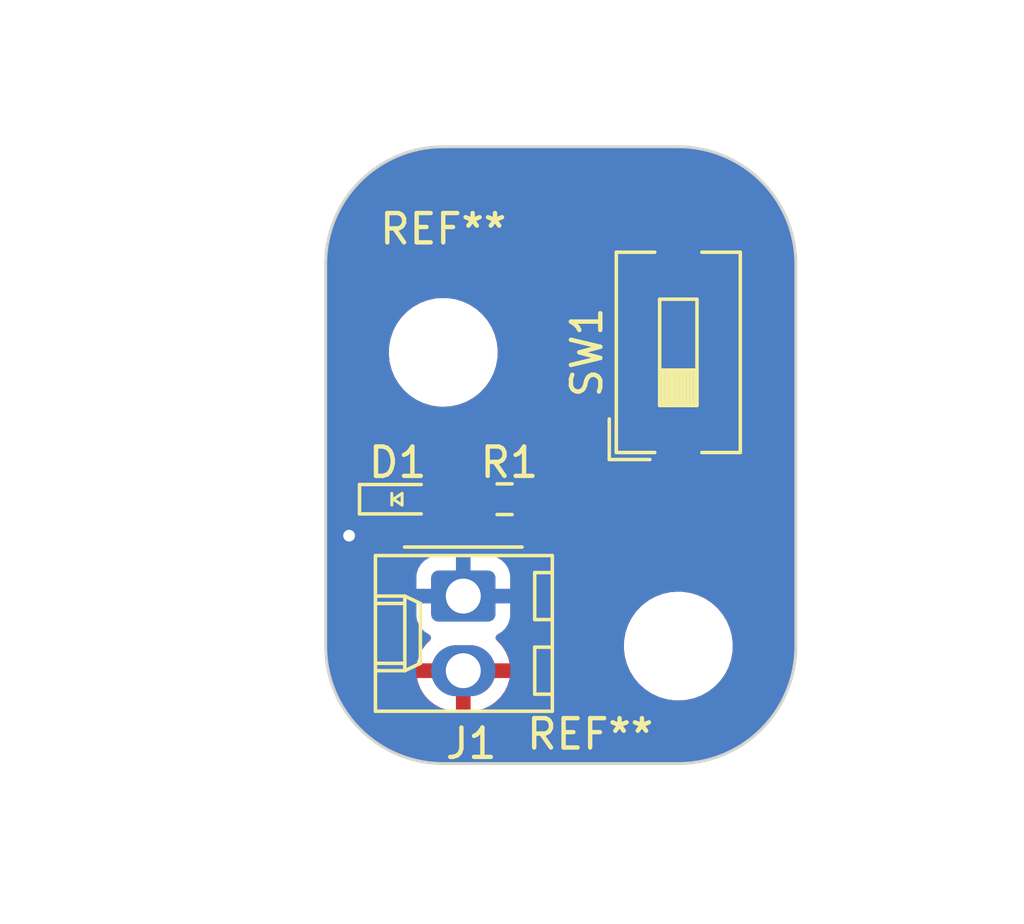
<source format=kicad_pcb>
(kicad_pcb (version 20221018) (generator pcbnew)
  (title_block (title "Onboarding: LED Circuit") (date "2023-09-06") (rev "1.0") (company "Illini Solar Car") (comment 1 "Designed By: Suneet Roy"))
  (layers (0 "F.Cu" signal) (31 "B.Cu" signal) (34 "B.Paste" user) (35 "F.Paste" user) (36 "B.SilkS" user "B.Silkscreen") (37 "F.SilkS" user "F.Silkscreen") (38 "B.Mask" user) (39 "F.Mask" user) (44 "Edge.Cuts" user))
  (net 0 "")
  (net 1 "GND")
  (net 2 "Net-(D1-A)")
  (net 3 "+3V3")
  (net 4 "Net-(R1-Pad1)")
  (footprint "layout:LED_0603_Symbol_on_F.SilkS" (layer "F.Cu") (at 120.45 103)
    (fp_text reference "D1" (at 0 -1.25) (layer "F.SilkS"))
    (fp_text value "LED_RED")
    (fp_line (start -1.3 -0.5) (end -1.3 0.5) (stroke (width 0.12)) (layer "F.SilkS"))
    (fp_line (start -1.3 -0.5) (end 0.8 -0.5) (stroke (width 0.12)) (layer "F.SilkS"))
    (fp_line (start -1.3 0.5) (end 0.8 0.5) (stroke (width 0.12)) (layer "F.SilkS"))
    (fp_line (start -0.2 -0.2) (end -0.2 0.2) (stroke (width 0.1)) (layer "F.SilkS"))
    (fp_line (start -0.15 0) (end 0.15 -0.2) (stroke (width 0.1)) (layer "F.SilkS"))
    (fp_line (start 0.15 -0.2) (end 0.15 0.2) (stroke (width 0.1)) (layer "F.SilkS"))
    (fp_line (start 0.15 0.2) (end -0.15 0) (stroke (width 0.1)) (layer "F.SilkS"))
    (pad "1" smd rect (at -0.8 0 180) (size 0.8 0.8) (layers "F.Cu" "F.Paste" "F.Mask") (net 1 "GND"))
    (pad "2" smd rect (at 0.8 0 180) (size 0.8 0.8) (layers "F.Cu" "F.Paste" "F.Mask") (net 2 "Net-(D1-A)"))
  )
  (footprint "Resistor_SMD:R_0603_1608Metric_Pad0.98x0.95mm_HandSolder" (layer "F.Cu") (at 124.0875 103 180)
    (fp_text reference "R1" (at -0.1625 1.25) (layer "F.SilkS"))
    (fp_text value "105")
    (fp_line (start -0.254724 -0.5225) (end 0.254724 -0.5225) (stroke (width 0.12)) (layer "F.SilkS"))
    (fp_line (start -0.254724 0.5225) (end 0.254724 0.5225) (stroke (width 0.12)) (layer "F.SilkS"))
    (pad "1" smd roundrect (at -0.9125 0 180) (size 0.975 0.95) (layers "F.Cu" "F.Paste" "F.Mask") (net 4 "Net-(R1-Pad1)"))
    (pad "2" smd roundrect (at 0.9125 0 180) (size 0.975 0.95) (layers "F.Cu" "F.Paste" "F.Mask") (net 2 "Net-(D1-A)"))
  )
  (footprint "MountingHole:MountingHole_3.2mm_M3" (layer "F.Cu") (at 122 98)
    (fp_text reference "REF**" (at 0 -4.2) (layer "F.SilkS"))
    (fp_text value "MountingHole_3.2mm_M3")
    (pad "" np_thru_hole circle (at 0 0) (size 3.2 3.2) (drill 3.2) (layers "*.Cu" "*.Mask"))
  )
  (footprint "Button_Switch_SMD:SW_DIP_SPSTx01_Slide_6.7x4.1mm_W8.61mm_P2.54mm_LowProfile" (layer "F.Cu") (at 130 98 90)
    (fp_text reference "SW1" (at 0 -3.11 90) (layer "F.SilkS"))
    (fp_text value "SW_Push")
    (fp_line (start -3.65 -2.35) (end -3.65 -0.967) (stroke (width 0.12)) (layer "F.SilkS"))
    (fp_line (start -3.65 -2.35) (end -2.267 -2.35) (stroke (width 0.12)) (layer "F.SilkS"))
    (fp_line (start -3.41 -2.11) (end -3.41 -0.8) (stroke (width 0.12)) (layer "F.SilkS"))
    (fp_line (start -3.41 -2.11) (end 3.41 -2.11) (stroke (width 0.12)) (layer "F.SilkS"))
    (fp_line (start -3.41 0.8) (end -3.41 2.11) (stroke (width 0.12)) (layer "F.SilkS"))
    (fp_line (start -3.41 2.11) (end 3.41 2.11) (stroke (width 0.12)) (layer "F.SilkS"))
    (fp_line (start -1.81 -0.635) (end -1.81 0.635) (stroke (width 0.12)) (layer "F.SilkS"))
    (fp_line (start -1.81 -0.515) (end -0.603333 -0.515) (stroke (width 0.12)) (layer "F.SilkS"))
    (fp_line (start -1.81 -0.395) (end -0.603333 -0.395) (stroke (width 0.12)) (layer "F.SilkS"))
    (fp_line (start -1.81 -0.275) (end -0.603333 -0.275) (stroke (width 0.12)) (layer "F.SilkS"))
    (fp_line (start -1.81 -0.155) (end -0.603333 -0.155) (stroke (width 0.12)) (layer "F.SilkS"))
    (fp_line (start -1.81 -0.035) (end -0.603333 -0.035) (stroke (width 0.12)) (layer "F.SilkS"))
    (fp_line (start -1.81 0.085) (end -0.603333 0.085) (stroke (width 0.12)) (layer "F.SilkS"))
    (fp_line (start -1.81 0.205) (end -0.603333 0.205) (stroke (width 0.12)) (layer "F.SilkS"))
    (fp_line (start -1.81 0.325) (end -0.603333 0.325) (stroke (width 0.12)) (layer "F.SilkS"))
    (fp_line (start -1.81 0.445) (end -0.603333 0.445) (stroke (width 0.12)) (layer "F.SilkS"))
    (fp_line (start -1.81 0.565) (end -0.603333 0.565) (stroke (width 0.12)) (layer "F.SilkS"))
    (fp_line (start -1.81 0.635) (end 1.81 0.635) (stroke (width 0.12)) (layer "F.SilkS"))
    (fp_line (start -0.603333 -0.635) (end -0.603333 0.635) (stroke (width 0.12)) (layer "F.SilkS"))
    (fp_line (start 1.81 -0.635) (end -1.81 -0.635) (stroke (width 0.12)) (layer "F.SilkS"))
    (fp_line (start 1.81 0.635) (end 1.81 -0.635) (stroke (width 0.12)) (layer "F.SilkS"))
    (fp_line (start 3.41 -2.11) (end 3.41 -0.8) (stroke (width 0.12)) (layer "F.SilkS"))
    (fp_line (start 3.41 0.8) (end 3.41 2.11) (stroke (width 0.12)) (layer "F.SilkS"))
    (pad "1" smd rect (at -4.305 0 90) (size 2.44 1.12) (layers "F.Cu" "F.Paste" "F.Mask") (net 3 "+3V3"))
    (pad "2" smd rect (at 4.305 0 90) (size 2.44 1.12) (layers "F.Cu" "F.Paste" "F.Mask") (net 4 "Net-(R1-Pad1)"))
  )
  (footprint "Connector_Molex:Molex_KK-254_AE-6410-02A_1x02_P2.54mm_Vertical" (layer "F.Cu") (at 122.682 106.299 -90)
    (fp_text reference "J1" (at 5.02 -0.27 -180) (layer "F.SilkS"))
    (fp_text value "Conn_01x02")
    (fp_line (start -1.67 -2) (end -1.67 2) (stroke (width 0.12)) (layer "F.SilkS"))
    (fp_line (start -1.38 -3.03) (end -1.38 2.99) (stroke (width 0.12)) (layer "F.SilkS"))
    (fp_line (start -1.38 2.99) (end 3.92 2.99) (stroke (width 0.12)) (layer "F.SilkS"))
    (fp_line (start -0.8 -3.03) (end -0.8 -2.43) (stroke (width 0.12)) (layer "F.SilkS"))
    (fp_line (start -0.8 -2.43) (end 0.8 -2.43) (stroke (width 0.12)) (layer "F.SilkS"))
    (fp_line (start 0 1.99) (end 0.25 1.46) (stroke (width 0.12)) (layer "F.SilkS"))
    (fp_line (start 0 1.99) (end 2.54 1.99) (stroke (width 0.12)) (layer "F.SilkS"))
    (fp_line (start 0 2.99) (end 0 1.99) (stroke (width 0.12)) (layer "F.SilkS"))
    (fp_line (start 0.25 1.46) (end 2.29 1.46) (stroke (width 0.12)) (layer "F.SilkS"))
    (fp_line (start 0.25 2.99) (end 0.25 1.99) (stroke (width 0.12)) (layer "F.SilkS"))
    (fp_line (start 0.8 -2.43) (end 0.8 -3.03) (stroke (width 0.12)) (layer "F.SilkS"))
    (fp_line (start 1.74 -3.03) (end 1.74 -2.43) (stroke (width 0.12)) (layer "F.SilkS"))
    (fp_line (start 1.74 -2.43) (end 3.34 -2.43) (stroke (width 0.12)) (layer "F.SilkS"))
    (fp_line (start 2.29 1.46) (end 2.54 1.99) (stroke (width 0.12)) (layer "F.SilkS"))
    (fp_line (start 2.29 2.99) (end 2.29 1.99) (stroke (width 0.12)) (layer "F.SilkS"))
    (fp_line (start 2.54 1.99) (end 2.54 2.99) (stroke (width 0.12)) (layer "F.SilkS"))
    (fp_line (start 3.34 -2.43) (end 3.34 -3.03) (stroke (width 0.12)) (layer "F.SilkS"))
    (fp_line (start 3.92 -3.03) (end -1.38 -3.03) (stroke (width 0.12)) (layer "F.SilkS"))
    (fp_line (start 3.92 2.99) (end 3.92 -3.03) (stroke (width 0.12)) (layer "F.SilkS"))
    (pad "1" thru_hole roundrect (at 0 0 270) (size 1.74 2.19) (drill 1.19) (layers "*.Cu" "*.Mask") (roundrect_rratio 0.1436781609) (net 1 "GND"))
    (pad "2" thru_hole oval (at 2.54 0 270) (size 1.74 2.19) (drill 1.19) (layers "*.Cu" "*.Mask") (net 3 "+3V3"))
  )
  (footprint "MountingHole:MountingHole_3.2mm_M3" (layer "F.Cu") (at 130 108)
    (fp_text reference "REF**" (at -3 3) (layer "F.SilkS"))
    (fp_text value "MountingHole_3.2mm_M3")
    (pad "" np_thru_hole circle (at 0 0) (size 3.2 3.2) (drill 3.2) (layers "F&B.Cu" "*.Mask"))
  )
  (gr_line (start 134 95) (end 134 108) (stroke (width 0.1)) (layer "Edge.Cuts"))
  (gr_arc (start 118 95) (mid 119.171573 92.171573) (end 122 91) (stroke (width 0.1)) (layer "Edge.Cuts"))
  (gr_line (start 118 95) (end 118 108) (stroke (width 0.1)) (layer "Edge.Cuts"))
  (gr_line (start 122 112) (end 130 112) (stroke (width 0.1)) (layer "Edge.Cuts"))
  (gr_arc (start 122 112) (mid 119.171573 110.828427) (end 118 108) (stroke (width 0.1)) (layer "Edge.Cuts"))
  (gr_line (start 130 91) (end 122 91) (stroke (width 0.1)) (layer "Edge.Cuts"))
  (gr_arc (start 134 108) (mid 132.828427 110.828427) (end 130 112) (stroke (width 0.1)) (layer "Edge.Cuts"))
  (gr_arc (start 130 91) (mid 132.828427 92.171573) (end 134 95) (stroke (width 0.1)) (layer "Edge.Cuts"))
  (segment (start 119.65 103.3874) (end 118.7958 104.2416) (width 0.25) (layer "F.Cu") (net 1))
  (segment (start 119.65 103) (end 119.65 103.3874) (width 0.25) (layer "F.Cu") (net 1))
  (via (at 118.7958 104.2416) (size 0.8) (drill 0.4) (layers "F.Cu" "B.Cu") (net 1))
  (segment (start 121.25 103) (end 123.175 103) (width 0.25) (layer "F.Cu") (net 2))
  (segment (start 125 102.8126) (end 125 103) (width 0.25) (layer "F.Cu") (net 4))
  (segment (start 127.3358 93.695) (end 126.365 94.6658) (width 0.25) (layer "F.Cu") (net 4))
  (segment (start 126.365 101.4476) (end 125 102.8126) (width 0.25) (layer "F.Cu") (net 4))
  (segment (start 126.365 94.6658) (end 126.365 101.4476) (width 0.25) (layer "F.Cu") (net 4))
  (segment (start 130 93.695) (end 127.3358 93.695) (width 0.25) (layer "F.Cu") (net 4))
  (zone (net 3) (net_name "+3V3") (layer "F.Cu") (connect_pads (clearance 0.508)) (min_thickness 0.25) (fill yes (thermal_gap 0.5) (thermal_bridge_width 0.5))
    (polygon (pts (xy 118 91) (xy 134 91) (xy 134 112) (xy 118 112)))
  )
  (zone (net 1) (net_name "GND") (layer "B.Cu") (priority 1) (connect_pads (clearance 0.508)) (min_thickness 0.25) (fill yes (thermal_gap 0.5) (thermal_bridge_width 0.5))
    (polygon (pts (xy 118 91) (xy 134 91) (xy 134 112) (xy 118 112)))
  )
)
</source>
